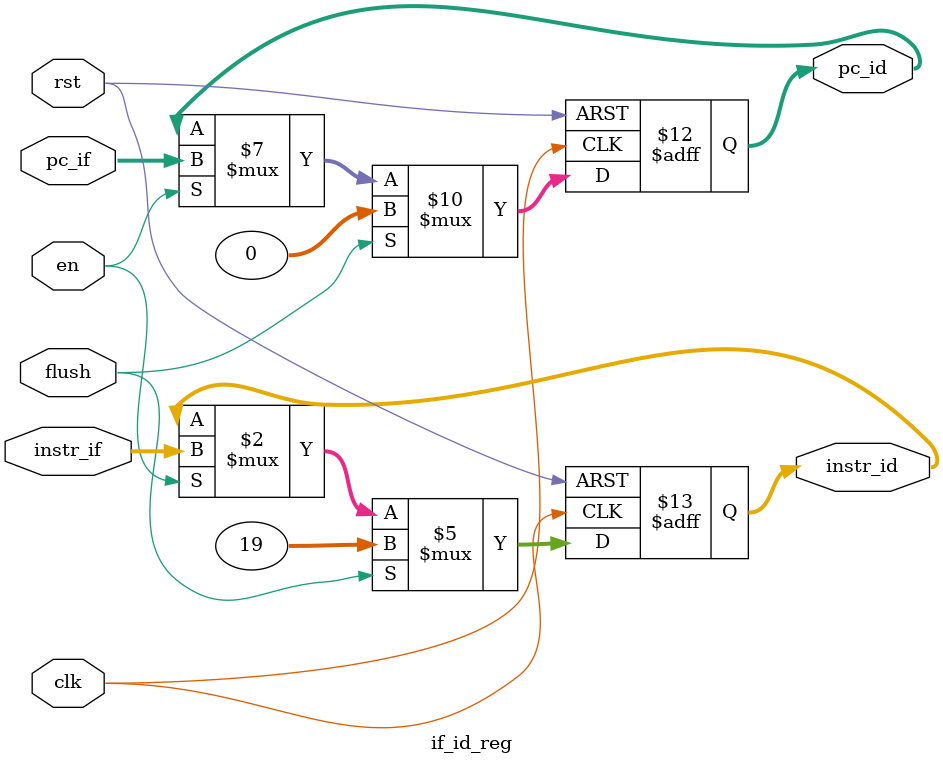
<source format=sv>
`timescale 1ns/1ps

module if_id_reg #(parameter WIDTH = 32) (
    input  logic              clk,
    input  logic              rst,
    input  logic              en,
    input  logic              flush,
    input  logic [WIDTH-1:0]  pc_if,
    input  logic [WIDTH-1:0]  instr_if,
    output logic [WIDTH-1:0]  pc_id,
    output logic [WIDTH-1:0]  instr_id
);
  always_ff @(posedge clk or posedge rst) begin
    if (rst) begin
      pc_id    <= '0;
      instr_id <= 32'h00000013; // NOP
    end else if (flush) begin
      pc_id    <= '0;
      instr_id <= 32'h00000013;
    end else if (en) begin
      pc_id    <= pc_if;
      instr_id <= instr_if;
    end
  end
endmodule

</source>
